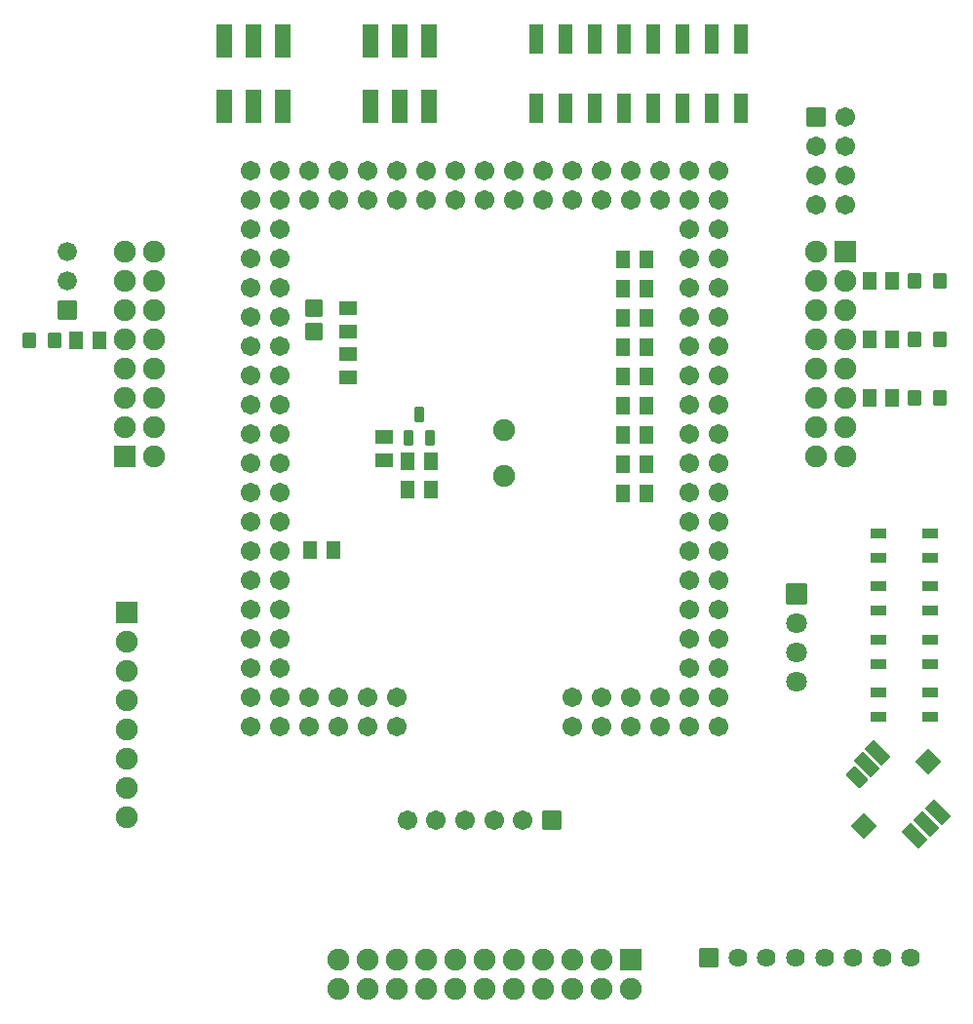
<source format=gts>
G04 Layer: TopSolderMaskLayer*
G04 EasyEDA Pro v2.1.21.9b64d12f.b3811b, 2024-07-11 22:11:45*
G04 Gerber Generator version 0.3*
G04 Scale: 100 percent, Rotated: No, Reflected: No*
G04 Dimensions in millimeters*
G04 Leading zeros omitted, absolute positions, 3 integers and 3 decimals*
%FSLAX33Y33*%
%MOMM*%
%AMRoundRect*1,1,$1,$2,$3*1,1,$1,$4,$5*1,1,$1,0-$2,0-$3*1,1,$1,0-$4,0-$5*20,1,$1,$2,$3,$4,$5,0*20,1,$1,$4,$5,0-$2,0-$3,0*20,1,$1,0-$2,0-$3,0-$4,0-$5,0*20,1,$1,0-$4,0-$5,$2,$3,0*4,1,4,$2,$3,$4,$5,0-$2,0-$3,0-$4,0-$5,$2,$3,0*%
%ADD10C,1.703*%
%ADD11RoundRect,0.094X0.57X-0.692X-0.57X-0.692*%
%ADD12RoundRect,0.093X-0.504X0.629X0.504X0.629*%
%ADD13RoundRect,0.094X-0.57X0.692X0.57X0.692*%
%ADD14RoundRect,0.093X0.504X-0.629X-0.504X-0.629*%
%ADD15RoundRect,0.094X0.57X-0.692X-0.57X-0.692*%
%ADD16RoundRect,0.09X0.356X0.631X0.356X-0.631*%
%ADD17RoundRect,0.096X-0.803X0.803X0.803X0.803*%
%ADD18C,1.702*%
%ADD19RoundRect,0.096X0.853X0.853X0.853X-0.853*%
%ADD20C,1.802*%
%ADD21RoundRect,0.095X0.639X-1.404X-0.639X-1.404*%
%ADD22C,1.676*%
%ADD23RoundRect,0.096X-0.79X-0.79X-0.79X0.79*%
%ADD24RoundRect,0.096X0.803X0.803X0.803X-0.803*%
%ADD25C,1.702*%
%ADD26RoundRect,0.093X-0.354X1.067X1.067X-0.354*%
%ADD27RoundRect,0.093X-0.212X0.925X0.925X-0.212*%
%ADD28RoundRect,0.096X0.0X1.065X1.065X0.0*%
%ADD29RoundRect,0.09X0.656X0.356X0.656X-0.356*%
%ADD30RoundRect,0.094X-0.692X-0.57X-0.692X0.57*%
%ADD31RoundRect,0.095X-0.678X-0.708X-0.678X0.708*%
%ADD32RoundRect,0.093X0.514X-1.254X-0.514X-1.254*%
%ADD33C,1.9*%
%ADD34RoundRect,0.095X0.902X-0.902X-0.902X-0.902*%
%ADD35RoundRect,0.096X0.903X0.903X0.903X-0.903*%
%ADD36C,1.902*%
%ADD37RoundRect,0.096X-0.903X-0.903X-0.903X0.903*%
%ADD38RoundRect,0.096X-0.765X0.765X0.765X0.765*%
%ADD39C,1.626*%
%ADD40RoundRect,0.094X0.692X0.57X0.692X-0.57*%
G75*


G04 Pad Start*
G54D10*
G01X31323Y22021D03*
G01X33863Y22021D03*
G01X8463Y22021D03*
G01X33863Y16941D03*
G01X31323Y16941D03*
G01X31323Y14401D03*
G01X33863Y14401D03*
G01X33863Y11861D03*
G01X31323Y11861D03*
G01X31323Y9321D03*
G01X33863Y9321D03*
G01X33863Y6781D03*
G01X31323Y6781D03*
G01X33863Y4241D03*
G01X31323Y4241D03*
G01X33863Y1701D03*
G01X31323Y1701D03*
G01X33863Y-839D03*
G01X31323Y-839D03*
G01X33863Y-3379D03*
G01X31323Y-3379D03*
G01X31323Y-5919D03*
G01X33863Y-5919D03*
G01X31323Y-8459D03*
G01X33863Y-8459D03*
G01X33863Y-10999D03*
G01X31323Y-10999D03*
G01X31323Y-13539D03*
G01X33863Y-13539D03*
G01X31323Y-18619D03*
G01X33863Y-16079D03*
G01X31323Y-16079D03*
G01X33863Y-18619D03*
G01X33863Y-21159D03*
G01X31323Y-21159D03*
G01X31323Y-23699D03*
G01X33863Y-23699D03*
G01X33863Y-26239D03*
G01X31323Y-26239D03*
G01X28783Y-26239D03*
G01X28783Y-23699D03*
G01X26243Y-23699D03*
G01X26243Y-26239D03*
G01X23703Y-23699D03*
G01X23703Y-26239D03*
G01X21163Y-26239D03*
G01X21163Y-23699D03*
G01X5923Y-23699D03*
G01X5923Y-26239D03*
G01X3383Y-26239D03*
G01X3383Y-23699D03*
G01X843Y-26239D03*
G01X843Y-23699D03*
G01X-1697Y-23699D03*
G01X-1697Y-26239D03*
G01X-4237Y-26239D03*
G01X-6777Y-26239D03*
G01X-4237Y-23699D03*
G01X-6777Y-23699D03*
G01X-6777Y-21159D03*
G01X-4237Y-21159D03*
G01X-6777Y-18619D03*
G01X-4237Y-18619D03*
G01X-4237Y-16079D03*
G01X-6777Y-16079D03*
G01X-6777Y-13539D03*
G01X-4237Y-13539D03*
G01X-6777Y-10999D03*
G01X-4237Y-8459D03*
G01X-6777Y-8459D03*
G01X-6777Y-5919D03*
G01X-4237Y-5919D03*
G01X-4237Y-3379D03*
G01X-4237Y-839D03*
G01X-6777Y1701D03*
G01X-4237Y1701D03*
G01X-4237Y4241D03*
G01X-6777Y4241D03*
G01X-6777Y6781D03*
G01X-4237Y6781D03*
G01X-4237Y9321D03*
G01X-6777Y9321D03*
G01X-6777Y11861D03*
G01X-4237Y11861D03*
G01X-4237Y14401D03*
G01X-6777Y14401D03*
G01X-4237Y16941D03*
G01X-4237Y19481D03*
G01X3383Y19481D03*
G01X843Y19481D03*
G01X5923Y19481D03*
G01X8463Y19481D03*
G01X11003Y19481D03*
G01X13543Y19481D03*
G01X16083Y19481D03*
G01X18623Y19481D03*
G01X21163Y19481D03*
G01X23703Y19481D03*
G01X26243Y19481D03*
G01X28783Y19481D03*
G01X31323Y19481D03*
G01X33863Y19481D03*
G01X28783Y22021D03*
G01X26243Y22021D03*
G01X23703Y22021D03*
G01X21163Y22021D03*
G01X18623Y22021D03*
G01X16083Y22021D03*
G01X13543Y22021D03*
G01X11003Y22021D03*
G01X5923Y22021D03*
G01X843Y22021D03*
G01X-6777Y16941D03*
G01X-6777Y19481D03*
G01X-6777Y22021D03*
G01X3383Y22021D03*
G01X-6777Y-839D03*
G01X-6777Y-3379D03*
G01X-4237Y22021D03*
G01X-1697Y22021D03*
G01X-1697Y19481D03*
G01X-4237Y-10999D03*
G54D11*
G01X46953Y2291D03*
G01X48953Y2291D03*
G54D12*
G01X50843Y2296D03*
G01X53043Y2296D03*
G54D11*
G01X46953Y7371D03*
G01X48953Y7371D03*
G54D12*
G01X50843Y7376D03*
G01X53043Y7376D03*
G54D13*
G01X-19955Y7239D03*
G01X-21955Y7239D03*
G54D14*
G01X-23792Y7239D03*
G01X-25992Y7239D03*
G54D15*
G01X25582Y6654D03*
G01X27582Y6654D03*
G01X25582Y9194D03*
G01X27582Y9194D03*
G01X25582Y11734D03*
G01X27582Y11734D03*
G01X25582Y14274D03*
G01X27582Y14274D03*
G01X25582Y-6046D03*
G01X27582Y-6046D03*
G01X25582Y-3506D03*
G01X27582Y-3506D03*
G01X25582Y-966D03*
G01X27582Y-966D03*
G01X25582Y4114D03*
G01X27582Y4114D03*
G01X25582Y1574D03*
G01X27582Y1574D03*
G54D13*
G01X8828Y-5660D03*
G01X6828Y-5660D03*
G01X8828Y-3202D03*
G01X6828Y-3202D03*
G54D16*
G01X6878Y-1199D03*
G01X8778Y-1199D03*
G01X7828Y801D03*
G54D17*
G01X19332Y-34417D03*
G54D18*
G01X16830Y-34417D03*
G01X14331Y-34417D03*
G01X11831Y-34417D03*
G01X9332Y-34417D03*
G01X6830Y-34417D03*
G54D19*
G01X40640Y-14732D03*
G54D20*
G01X40640Y-17272D03*
G01X40640Y-19812D03*
G01X40640Y-22352D03*
G54D11*
G01X-1635Y-10922D03*
G01X365Y-10922D03*
G54D21*
G01X-4028Y33216D03*
G01X-4028Y27617D03*
G01X-6568Y33216D03*
G01X-6568Y27617D03*
G01X-9108Y33216D03*
G01X-9108Y27617D03*
G01X8672Y33216D03*
G01X8672Y27617D03*
G01X6132Y33216D03*
G01X6132Y27617D03*
G01X3592Y33216D03*
G01X3592Y27617D03*
G54D22*
G01X-22733Y14991D03*
G01X-22733Y12451D03*
G54D23*
G01X-22733Y9911D03*
G54D24*
G01X42291Y26670D03*
G54D25*
G01X44831Y26670D03*
G01X42291Y24130D03*
G01X44831Y24130D03*
G01X42291Y21590D03*
G01X44831Y21590D03*
G01X42291Y19050D03*
G01X44831Y19050D03*
G54D26*
G01X47667Y-28542D03*
G01X46677Y-29532D03*
G54D27*
G01X45829Y-30664D03*
G54D26*
G01X52865Y-33740D03*
G01X51875Y-34730D03*
G01X50885Y-35720D03*
G54D28*
G01X52087Y-29320D03*
G01X46465Y-34942D03*
G54D29*
G01X52194Y-25455D03*
G01X47694Y-25455D03*
G01X52194Y-23304D03*
G01X47694Y-23304D03*
G01X52194Y-20840D03*
G01X47694Y-20840D03*
G01X52194Y-18690D03*
G01X47694Y-18690D03*
G01X52194Y-16226D03*
G01X47694Y-16226D03*
G01X52194Y-14076D03*
G01X47694Y-14076D03*
G01X52194Y-11612D03*
G01X47694Y-11612D03*
G01X52194Y-9461D03*
G01X47694Y-9461D03*
G54D30*
G01X1651Y6080D03*
G01X1651Y4080D03*
G01X1651Y10030D03*
G01X1651Y8030D03*
G54D31*
G01X-1270Y10017D03*
G01X-1270Y8017D03*
G54D11*
G01X46953Y12451D03*
G01X48953Y12451D03*
G54D12*
G01X50843Y12456D03*
G01X53043Y12456D03*
G54D32*
G01X28194Y27416D03*
G01X28194Y33416D03*
G01X30734Y27416D03*
G01X30734Y33416D03*
G01X33274Y27416D03*
G01X33274Y33416D03*
G01X35814Y27416D03*
G01X35814Y33416D03*
G01X25654Y33417D03*
G01X25654Y27417D03*
G01X23114Y33417D03*
G01X23114Y27417D03*
G01X20574Y33417D03*
G01X20574Y27417D03*
G01X18034Y33417D03*
G01X18034Y27417D03*
G54D33*
G01X843Y-46482D03*
G01X843Y-49022D03*
G01X3383Y-49022D03*
G01X3383Y-46482D03*
G01X5923Y-49022D03*
G01X5923Y-46482D03*
G01X8463Y-49022D03*
G01X8463Y-46482D03*
G01X11003Y-49022D03*
G01X11003Y-46482D03*
G01X13543Y-49022D03*
G01X13543Y-46482D03*
G01X16083Y-49022D03*
G01X16083Y-46482D03*
G01X18623Y-49022D03*
G01X18623Y-46482D03*
G01X21163Y-49022D03*
G01X21163Y-46482D03*
G01X23703Y-49022D03*
G01X23703Y-46482D03*
G01X26243Y-49022D03*
G54D34*
G01X26243Y-46482D03*
G54D35*
G01X-17526Y-16383D03*
G54D36*
G01X-17526Y-18923D03*
G01X-17526Y-21463D03*
G01X-17526Y-24003D03*
G01X-17526Y-26543D03*
G01X-17526Y-29083D03*
G01X-17526Y-31623D03*
G01X-17526Y-34163D03*
G01X-15141Y14991D03*
G01X-17681Y14991D03*
G01X-15141Y12451D03*
G01X-17681Y12451D03*
G01X-15141Y9911D03*
G01X-17681Y9911D03*
G01X-15141Y7371D03*
G01X-17681Y7371D03*
G01X-15141Y4831D03*
G01X-17681Y4831D03*
G01X-15141Y2291D03*
G01X-17681Y2291D03*
G01X-15141Y-249D03*
G01X-17681Y-249D03*
G01X-15141Y-2789D03*
G54D37*
G01X-17681Y-2789D03*
G54D36*
G01X42319Y-2789D03*
G01X44859Y-2789D03*
G01X42319Y-249D03*
G01X44859Y-249D03*
G01X42319Y2291D03*
G01X44859Y2291D03*
G01X42319Y4831D03*
G01X44859Y4831D03*
G01X42319Y7371D03*
G01X44859Y7371D03*
G01X42319Y9911D03*
G01X44859Y9911D03*
G01X42319Y12451D03*
G01X44859Y12451D03*
G01X42319Y14991D03*
G54D35*
G01X44859Y14991D03*
G54D38*
G01X33033Y-46355D03*
G54D39*
G01X35533Y-46355D03*
G01X38033Y-46355D03*
G01X40533Y-46355D03*
G01X43033Y-46355D03*
G01X45533Y-46355D03*
G01X48033Y-46355D03*
G01X50533Y-46355D03*
G54D40*
G01X4826Y-3159D03*
G01X4826Y-1159D03*
G54D36*
G01X15240Y-4540D03*
G01X15240Y-540D03*
G04 Pad End*

M02*

</source>
